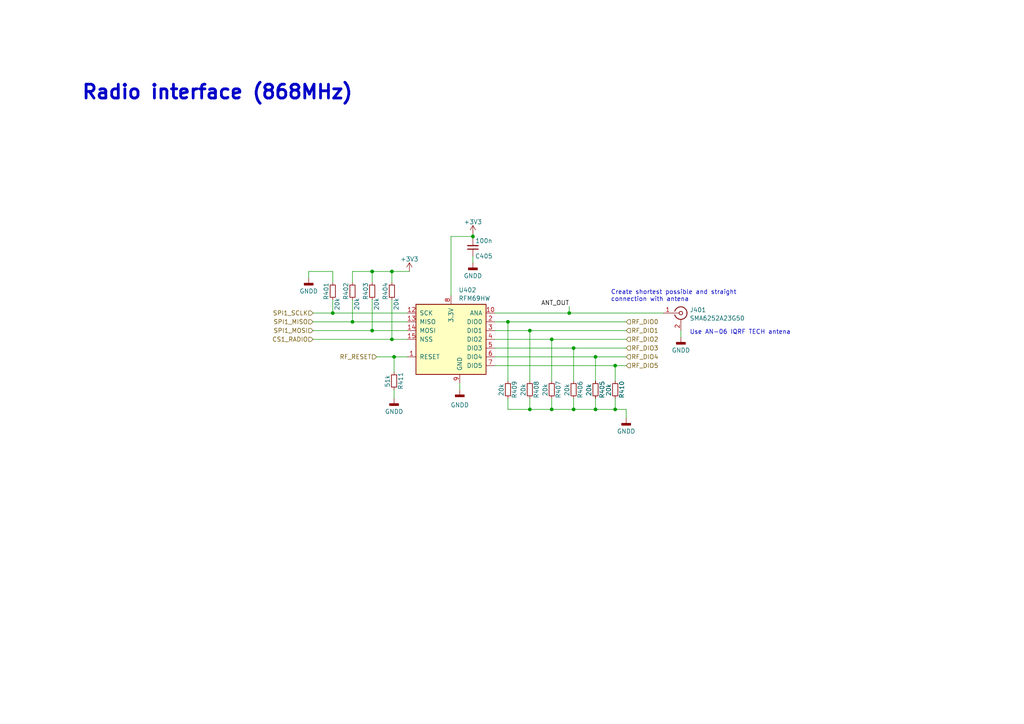
<source format=kicad_sch>
(kicad_sch (version 20230121) (generator eeschema)

  (uuid 72295067-cd0c-424c-84c0-dfdb0dd5fce2)

  (paper "A4")

  (lib_symbols
    (symbol "Connector:Conn_Coaxial" (pin_names (offset 1.016) hide) (in_bom yes) (on_board yes)
      (property "Reference" "J" (at 0.254 3.048 0)
        (effects (font (size 1.27 1.27)))
      )
      (property "Value" "Conn_Coaxial" (at 2.921 0 90)
        (effects (font (size 1.27 1.27)))
      )
      (property "Footprint" "" (at 0 0 0)
        (effects (font (size 1.27 1.27)) hide)
      )
      (property "Datasheet" " ~" (at 0 0 0)
        (effects (font (size 1.27 1.27)) hide)
      )
      (property "ki_keywords" "BNC SMA SMB SMC LEMO coaxial connector CINCH RCA" (at 0 0 0)
        (effects (font (size 1.27 1.27)) hide)
      )
      (property "ki_description" "coaxial connector (BNC, SMA, SMB, SMC, Cinch/RCA, LEMO, ...)" (at 0 0 0)
        (effects (font (size 1.27 1.27)) hide)
      )
      (property "ki_fp_filters" "*BNC* *SMA* *SMB* *SMC* *Cinch* *LEMO*" (at 0 0 0)
        (effects (font (size 1.27 1.27)) hide)
      )
      (symbol "Conn_Coaxial_0_1"
        (arc (start -1.778 -0.508) (mid 0.222 -1.808) (end 1.778 0)
          (stroke (width 0.254) (type default))
          (fill (type none))
        )
        (polyline
          (pts
            (xy -2.54 0)
            (xy -0.508 0)
          )
          (stroke (width 0) (type default))
          (fill (type none))
        )
        (polyline
          (pts
            (xy 0 -2.54)
            (xy 0 -1.778)
          )
          (stroke (width 0) (type default))
          (fill (type none))
        )
        (circle (center 0 0) (radius 0.508)
          (stroke (width 0.2032) (type default))
          (fill (type none))
        )
        (arc (start 1.778 0) (mid 0.222 1.8083) (end -1.778 0.508)
          (stroke (width 0.254) (type default))
          (fill (type none))
        )
      )
      (symbol "Conn_Coaxial_1_1"
        (pin passive line (at -5.08 0 0) (length 2.54)
          (name "In" (effects (font (size 1.27 1.27))))
          (number "1" (effects (font (size 1.27 1.27))))
        )
        (pin passive line (at 0 -5.08 90) (length 2.54)
          (name "Ext" (effects (font (size 1.27 1.27))))
          (number "2" (effects (font (size 1.27 1.27))))
        )
      )
    )
    (symbol "Device:C_Small" (pin_numbers hide) (pin_names (offset 0.254) hide) (in_bom yes) (on_board yes)
      (property "Reference" "C" (at 0.254 1.778 0)
        (effects (font (size 1.27 1.27)) (justify left))
      )
      (property "Value" "C_Small" (at 0.254 -2.032 0)
        (effects (font (size 1.27 1.27)) (justify left))
      )
      (property "Footprint" "" (at 0 0 0)
        (effects (font (size 1.27 1.27)) hide)
      )
      (property "Datasheet" "~" (at 0 0 0)
        (effects (font (size 1.27 1.27)) hide)
      )
      (property "ki_keywords" "capacitor cap" (at 0 0 0)
        (effects (font (size 1.27 1.27)) hide)
      )
      (property "ki_description" "Unpolarized capacitor, small symbol" (at 0 0 0)
        (effects (font (size 1.27 1.27)) hide)
      )
      (property "ki_fp_filters" "C_*" (at 0 0 0)
        (effects (font (size 1.27 1.27)) hide)
      )
      (symbol "C_Small_0_1"
        (polyline
          (pts
            (xy -1.524 -0.508)
            (xy 1.524 -0.508)
          )
          (stroke (width 0.3302) (type default))
          (fill (type none))
        )
        (polyline
          (pts
            (xy -1.524 0.508)
            (xy 1.524 0.508)
          )
          (stroke (width 0.3048) (type default))
          (fill (type none))
        )
      )
      (symbol "C_Small_1_1"
        (pin passive line (at 0 2.54 270) (length 2.032)
          (name "~" (effects (font (size 1.27 1.27))))
          (number "1" (effects (font (size 1.27 1.27))))
        )
        (pin passive line (at 0 -2.54 90) (length 2.032)
          (name "~" (effects (font (size 1.27 1.27))))
          (number "2" (effects (font (size 1.27 1.27))))
        )
      )
    )
    (symbol "Device:R_Small" (pin_numbers hide) (pin_names (offset 0.254) hide) (in_bom yes) (on_board yes)
      (property "Reference" "R" (at 0.762 0.508 0)
        (effects (font (size 1.27 1.27)) (justify left))
      )
      (property "Value" "R_Small" (at 0.762 -1.016 0)
        (effects (font (size 1.27 1.27)) (justify left))
      )
      (property "Footprint" "" (at 0 0 0)
        (effects (font (size 1.27 1.27)) hide)
      )
      (property "Datasheet" "~" (at 0 0 0)
        (effects (font (size 1.27 1.27)) hide)
      )
      (property "ki_keywords" "R resistor" (at 0 0 0)
        (effects (font (size 1.27 1.27)) hide)
      )
      (property "ki_description" "Resistor, small symbol" (at 0 0 0)
        (effects (font (size 1.27 1.27)) hide)
      )
      (property "ki_fp_filters" "R_*" (at 0 0 0)
        (effects (font (size 1.27 1.27)) hide)
      )
      (symbol "R_Small_0_1"
        (rectangle (start -0.762 1.778) (end 0.762 -1.778)
          (stroke (width 0.2032) (type default))
          (fill (type none))
        )
      )
      (symbol "R_Small_1_1"
        (pin passive line (at 0 2.54 270) (length 0.762)
          (name "~" (effects (font (size 1.27 1.27))))
          (number "1" (effects (font (size 1.27 1.27))))
        )
        (pin passive line (at 0 -2.54 90) (length 0.762)
          (name "~" (effects (font (size 1.27 1.27))))
          (number "2" (effects (font (size 1.27 1.27))))
        )
      )
    )
    (symbol "RF_Module:RFM69HW" (pin_names (offset 1.016)) (in_bom yes) (on_board yes)
      (property "Reference" "U" (at -3.81 11.43 0)
        (effects (font (size 1.27 1.27)))
      )
      (property "Value" "RFM69HW" (at -7.62 13.97 0)
        (effects (font (size 1.27 1.27)))
      )
      (property "Footprint" "RF_Module:HOPERF_RFM69HW" (at 0 -15.24 0)
        (effects (font (size 1.27 1.27)) hide)
      )
      (property "Datasheet" "https://www.hoperf.com/data/upload/portal/20181127/5bfcbb56f1fd7.pdf" (at 0 -7.62 0)
        (effects (font (size 1.27 1.27)) hide)
      )
      (property "ki_keywords" "Radio ISM Transceiver Module AES" (at 0 0 0)
        (effects (font (size 1.27 1.27)) hide)
      )
      (property "ki_description" "ISM Radio Transceiver Module, SPI interface" (at 0 0 0)
        (effects (font (size 1.27 1.27)) hide)
      )
      (property "ki_fp_filters" "HOPERF*RFM69HW*" (at 0 0 0)
        (effects (font (size 1.27 1.27)) hide)
      )
      (symbol "RFM69HW_0_1"
        (rectangle (start -10.16 10.16) (end 10.16 -10.16)
          (stroke (width 0.254) (type default))
          (fill (type background))
        )
      )
      (symbol "RFM69HW_1_1"
        (pin input line (at -12.7 -5.08 0) (length 2.54)
          (name "RESET" (effects (font (size 1.27 1.27))))
          (number "1" (effects (font (size 1.27 1.27))))
        )
        (pin output line (at 12.7 7.62 180) (length 2.54)
          (name "ANA" (effects (font (size 1.27 1.27))))
          (number "10" (effects (font (size 1.27 1.27))))
        )
        (pin passive line (at 2.54 -12.7 90) (length 2.54) hide
          (name "GND" (effects (font (size 1.27 1.27))))
          (number "11" (effects (font (size 1.27 1.27))))
        )
        (pin input line (at -12.7 7.62 0) (length 2.54)
          (name "SCK" (effects (font (size 1.27 1.27))))
          (number "12" (effects (font (size 1.27 1.27))))
        )
        (pin output line (at -12.7 5.08 0) (length 2.54)
          (name "MISO" (effects (font (size 1.27 1.27))))
          (number "13" (effects (font (size 1.27 1.27))))
        )
        (pin input line (at -12.7 2.54 0) (length 2.54)
          (name "MOSI" (effects (font (size 1.27 1.27))))
          (number "14" (effects (font (size 1.27 1.27))))
        )
        (pin input line (at -12.7 0 0) (length 2.54)
          (name "NSS" (effects (font (size 1.27 1.27))))
          (number "15" (effects (font (size 1.27 1.27))))
        )
        (pin no_connect line (at -2.54 -10.16 90) (length 2.54) hide
          (name "NC" (effects (font (size 1.27 1.27))))
          (number "16" (effects (font (size 1.27 1.27))))
        )
        (pin bidirectional line (at 12.7 5.08 180) (length 2.54)
          (name "DIO0" (effects (font (size 1.27 1.27))))
          (number "2" (effects (font (size 1.27 1.27))))
        )
        (pin bidirectional line (at 12.7 2.54 180) (length 2.54)
          (name "DIO1" (effects (font (size 1.27 1.27))))
          (number "3" (effects (font (size 1.27 1.27))))
        )
        (pin bidirectional line (at 12.7 0 180) (length 2.54)
          (name "DIO2" (effects (font (size 1.27 1.27))))
          (number "4" (effects (font (size 1.27 1.27))))
        )
        (pin bidirectional line (at 12.7 -2.54 180) (length 2.54)
          (name "DIO3" (effects (font (size 1.27 1.27))))
          (number "5" (effects (font (size 1.27 1.27))))
        )
        (pin bidirectional line (at 12.7 -5.08 180) (length 2.54)
          (name "DIO4" (effects (font (size 1.27 1.27))))
          (number "6" (effects (font (size 1.27 1.27))))
        )
        (pin bidirectional line (at 12.7 -7.62 180) (length 2.54)
          (name "DIO5" (effects (font (size 1.27 1.27))))
          (number "7" (effects (font (size 1.27 1.27))))
        )
        (pin power_in line (at 0 12.7 270) (length 2.54)
          (name "3.3V" (effects (font (size 1.27 1.27))))
          (number "8" (effects (font (size 1.27 1.27))))
        )
        (pin power_in line (at 2.54 -12.7 90) (length 2.54)
          (name "GND" (effects (font (size 1.27 1.27))))
          (number "9" (effects (font (size 1.27 1.27))))
        )
      )
    )
    (symbol "power:+3V3" (power) (pin_names (offset 0)) (in_bom yes) (on_board yes)
      (property "Reference" "#PWR" (at 0 -3.81 0)
        (effects (font (size 1.27 1.27)) hide)
      )
      (property "Value" "+3V3" (at 0 3.556 0)
        (effects (font (size 1.27 1.27)))
      )
      (property "Footprint" "" (at 0 0 0)
        (effects (font (size 1.27 1.27)) hide)
      )
      (property "Datasheet" "" (at 0 0 0)
        (effects (font (size 1.27 1.27)) hide)
      )
      (property "ki_keywords" "power-flag" (at 0 0 0)
        (effects (font (size 1.27 1.27)) hide)
      )
      (property "ki_description" "Power symbol creates a global label with name \"+3V3\"" (at 0 0 0)
        (effects (font (size 1.27 1.27)) hide)
      )
      (symbol "+3V3_0_1"
        (polyline
          (pts
            (xy -0.762 1.27)
            (xy 0 2.54)
          )
          (stroke (width 0) (type default))
          (fill (type none))
        )
        (polyline
          (pts
            (xy 0 0)
            (xy 0 2.54)
          )
          (stroke (width 0) (type default))
          (fill (type none))
        )
        (polyline
          (pts
            (xy 0 2.54)
            (xy 0.762 1.27)
          )
          (stroke (width 0) (type default))
          (fill (type none))
        )
      )
      (symbol "+3V3_1_1"
        (pin power_in line (at 0 0 90) (length 0) hide
          (name "+3V3" (effects (font (size 1.27 1.27))))
          (number "1" (effects (font (size 1.27 1.27))))
        )
      )
    )
    (symbol "power:GNDD" (power) (pin_names (offset 0)) (in_bom yes) (on_board yes)
      (property "Reference" "#PWR" (at 0 -6.35 0)
        (effects (font (size 1.27 1.27)) hide)
      )
      (property "Value" "GNDD" (at 0 -3.175 0)
        (effects (font (size 1.27 1.27)))
      )
      (property "Footprint" "" (at 0 0 0)
        (effects (font (size 1.27 1.27)) hide)
      )
      (property "Datasheet" "" (at 0 0 0)
        (effects (font (size 1.27 1.27)) hide)
      )
      (property "ki_keywords" "global power" (at 0 0 0)
        (effects (font (size 1.27 1.27)) hide)
      )
      (property "ki_description" "Power symbol creates a global label with name \"GNDD\" , digital ground" (at 0 0 0)
        (effects (font (size 1.27 1.27)) hide)
      )
      (symbol "GNDD_0_1"
        (rectangle (start -1.27 -1.524) (end 1.27 -2.032)
          (stroke (width 0.254) (type default))
          (fill (type outline))
        )
        (polyline
          (pts
            (xy 0 0)
            (xy 0 -1.524)
          )
          (stroke (width 0) (type default))
          (fill (type none))
        )
      )
      (symbol "GNDD_1_1"
        (pin power_in line (at 0 0 270) (length 0) hide
          (name "GNDD" (effects (font (size 1.27 1.27))))
          (number "1" (effects (font (size 1.27 1.27))))
        )
      )
    )
  )

  (junction (at 114.3 103.505) (diameter 0) (color 0 0 0 0)
    (uuid 0efb3a09-bfad-4066-beb7-99f4596d79ba)
  )
  (junction (at 107.95 95.885) (diameter 0) (color 0 0 0 0)
    (uuid 1fbab5c1-962d-4ead-b52a-d87c1200b820)
  )
  (junction (at 153.67 118.745) (diameter 0) (color 0 0 0 0)
    (uuid 38806e38-3584-479d-bc07-6ec6ab39478b)
  )
  (junction (at 172.72 118.745) (diameter 0) (color 0 0 0 0)
    (uuid 3d9f3d1a-4a34-4195-8327-39e95a6e8354)
  )
  (junction (at 160.02 98.425) (diameter 0) (color 0 0 0 0)
    (uuid 40cbbb88-fff0-401d-93df-1bf138d0c9df)
  )
  (junction (at 107.95 78.74) (diameter 0) (color 0 0 0 0)
    (uuid 541dcf44-a091-4015-85b5-8c5adeb41545)
  )
  (junction (at 166.37 100.965) (diameter 0) (color 0 0 0 0)
    (uuid 58b7639b-de49-4327-9b65-5d146d0ae3f3)
  )
  (junction (at 113.665 78.74) (diameter 0) (color 0 0 0 0)
    (uuid 651544cf-4f26-448d-8ba0-533c137ba275)
  )
  (junction (at 102.235 93.345) (diameter 0) (color 0 0 0 0)
    (uuid 87188d3b-4a41-4c7e-880e-3dc1b7882afd)
  )
  (junction (at 166.37 118.745) (diameter 0) (color 0 0 0 0)
    (uuid 8decc7aa-f2a7-4347-8eba-e4115bbf3a17)
  )
  (junction (at 165.1 90.805) (diameter 0) (color 0 0 0 0)
    (uuid 964a0e9f-3997-4e0b-b09f-6b4bcb9e565a)
  )
  (junction (at 160.02 118.745) (diameter 0) (color 0 0 0 0)
    (uuid 97bbd4e1-445a-45ab-a5ac-7f72399cadd9)
  )
  (junction (at 178.435 106.045) (diameter 0) (color 0 0 0 0)
    (uuid a15cc947-384a-446e-82dd-e5cd72d2784a)
  )
  (junction (at 153.67 95.885) (diameter 0) (color 0 0 0 0)
    (uuid d1bc2d64-3592-4a50-8188-79bb5e482268)
  )
  (junction (at 96.52 90.805) (diameter 0) (color 0 0 0 0)
    (uuid d53350bf-99c6-4a85-be33-e728467b2968)
  )
  (junction (at 172.72 103.505) (diameter 0) (color 0 0 0 0)
    (uuid e1f87e96-3916-40a0-ad6e-cea9a3587346)
  )
  (junction (at 147.32 93.345) (diameter 0) (color 0 0 0 0)
    (uuid f1c9c9f5-eb3e-47fe-83a8-3655196952aa)
  )
  (junction (at 113.665 98.425) (diameter 0) (color 0 0 0 0)
    (uuid f376001f-9733-4fe5-855a-12ed64e779ad)
  )
  (junction (at 178.435 118.745) (diameter 0) (color 0 0 0 0)
    (uuid f6516c7c-f38b-4cad-9142-5a78d2c43d49)
  )
  (junction (at 137.16 68.58) (diameter 0) (color 0 0 0 0)
    (uuid f7abc07b-d75e-42b5-a54a-f43b9dea2614)
  )

  (wire (pts (xy 147.32 118.745) (xy 147.32 115.57))
    (stroke (width 0) (type default))
    (uuid 00f57cc4-22d7-40bb-95ee-799b7499c6d4)
  )
  (wire (pts (xy 130.81 68.58) (xy 137.16 68.58))
    (stroke (width 0) (type default))
    (uuid 068a4b39-28a0-48f3-a5bf-42bddebef289)
  )
  (wire (pts (xy 107.95 78.74) (xy 102.235 78.74))
    (stroke (width 0) (type default))
    (uuid 08a41ad3-f32e-483b-b905-d38e49d35e92)
  )
  (wire (pts (xy 130.81 85.725) (xy 130.81 68.58))
    (stroke (width 0) (type default))
    (uuid 0f1eac50-48f2-4781-b911-7831013d6ef4)
  )
  (wire (pts (xy 109.22 103.505) (xy 114.3 103.505))
    (stroke (width 0) (type default))
    (uuid 1676fc9d-4569-42d8-9d4d-79ed7128bdc8)
  )
  (wire (pts (xy 178.435 106.045) (xy 181.61 106.045))
    (stroke (width 0) (type default))
    (uuid 1b85fe61-4a26-4ea8-bc59-56ea43588c07)
  )
  (wire (pts (xy 90.805 95.885) (xy 107.95 95.885))
    (stroke (width 0) (type default))
    (uuid 1fdbce01-ec2a-4305-86c3-051c8c14f082)
  )
  (wire (pts (xy 143.51 106.045) (xy 178.435 106.045))
    (stroke (width 0) (type default))
    (uuid 232f2939-1c1a-49bf-8489-8ff1f9649716)
  )
  (wire (pts (xy 166.37 118.745) (xy 166.37 115.57))
    (stroke (width 0) (type default))
    (uuid 270f6e09-afdc-4435-95a1-3710fd9ed452)
  )
  (wire (pts (xy 114.3 103.505) (xy 114.3 107.95))
    (stroke (width 0) (type default))
    (uuid 28c022d9-65ff-4f1c-aaf7-6d209d1e3aba)
  )
  (wire (pts (xy 166.37 100.965) (xy 181.61 100.965))
    (stroke (width 0) (type default))
    (uuid 2d0ac755-837b-40d0-800d-e9b55a205edf)
  )
  (wire (pts (xy 113.665 78.74) (xy 113.665 81.915))
    (stroke (width 0) (type default))
    (uuid 2e001691-73f0-432f-901d-b60aa7c8a308)
  )
  (wire (pts (xy 137.16 74.295) (xy 137.16 76.2))
    (stroke (width 0) (type default))
    (uuid 34dae92d-f57d-49af-80d8-700146b021bd)
  )
  (wire (pts (xy 160.02 118.745) (xy 166.37 118.745))
    (stroke (width 0) (type default))
    (uuid 3842e3c1-0565-48d2-94dc-17fc0d04bbf7)
  )
  (wire (pts (xy 197.485 95.885) (xy 197.485 97.79))
    (stroke (width 0) (type default))
    (uuid 3cfd145a-3a20-405e-bd0a-98ef18b5cc52)
  )
  (wire (pts (xy 153.67 95.885) (xy 153.67 110.49))
    (stroke (width 0) (type default))
    (uuid 3e59dc10-d20f-4d61-8536-cd1b01f60f4c)
  )
  (wire (pts (xy 160.02 98.425) (xy 160.02 110.49))
    (stroke (width 0) (type default))
    (uuid 4193591d-39e9-4068-9f46-54cd3b86a6fc)
  )
  (wire (pts (xy 113.665 86.995) (xy 113.665 98.425))
    (stroke (width 0) (type default))
    (uuid 46345aeb-1f95-4be2-bdde-a18204758f8c)
  )
  (wire (pts (xy 143.51 103.505) (xy 172.72 103.505))
    (stroke (width 0) (type default))
    (uuid 4a1eb9e2-5a4f-43a6-94f3-73f114d65d00)
  )
  (wire (pts (xy 118.745 78.74) (xy 113.665 78.74))
    (stroke (width 0) (type default))
    (uuid 4a876d88-5dc0-4a46-9688-d279eb180100)
  )
  (wire (pts (xy 147.32 93.345) (xy 147.32 110.49))
    (stroke (width 0) (type default))
    (uuid 4de0f911-02aa-442d-9494-51815b6e9faf)
  )
  (wire (pts (xy 165.1 88.9) (xy 165.1 90.805))
    (stroke (width 0) (type default))
    (uuid 50b3b871-4208-4164-86aa-69595a322100)
  )
  (wire (pts (xy 147.32 118.745) (xy 153.67 118.745))
    (stroke (width 0) (type default))
    (uuid 53fb4735-2402-4436-99a8-977a3846c3eb)
  )
  (wire (pts (xy 160.02 118.745) (xy 160.02 115.57))
    (stroke (width 0) (type default))
    (uuid 549d5b08-8a26-4e57-9093-74640ad9b255)
  )
  (wire (pts (xy 181.61 121.285) (xy 181.61 118.745))
    (stroke (width 0) (type default))
    (uuid 5abdd98c-c3aa-4454-800f-0a6f63757465)
  )
  (wire (pts (xy 107.95 95.885) (xy 118.11 95.885))
    (stroke (width 0) (type default))
    (uuid 5c80c22b-699b-4fa9-abc8-2cf8821d5755)
  )
  (wire (pts (xy 107.95 78.74) (xy 107.95 81.915))
    (stroke (width 0) (type default))
    (uuid 727d207b-8770-45a6-a23c-f6d1b856bc44)
  )
  (wire (pts (xy 153.67 118.745) (xy 153.67 115.57))
    (stroke (width 0) (type default))
    (uuid 75af8343-1857-4c28-a4da-2e59d58588d1)
  )
  (wire (pts (xy 102.235 78.74) (xy 102.235 81.915))
    (stroke (width 0) (type default))
    (uuid 77adc964-6a50-4ffe-b601-9019bc2093de)
  )
  (wire (pts (xy 147.32 93.345) (xy 181.61 93.345))
    (stroke (width 0) (type default))
    (uuid 7e66424b-4e73-4e8a-8807-6a1451edb48d)
  )
  (wire (pts (xy 153.67 95.885) (xy 181.61 95.885))
    (stroke (width 0) (type default))
    (uuid 804cd1fc-4476-47ff-b476-c13f8905ebff)
  )
  (wire (pts (xy 114.3 113.03) (xy 114.3 115.57))
    (stroke (width 0) (type default))
    (uuid 83bac53c-9a8c-404d-9b7d-622756dd5ed3)
  )
  (wire (pts (xy 96.52 86.995) (xy 96.52 90.805))
    (stroke (width 0) (type default))
    (uuid 86623b0f-0508-43f5-800b-22bcbb1d9f76)
  )
  (wire (pts (xy 160.02 98.425) (xy 181.61 98.425))
    (stroke (width 0) (type default))
    (uuid 8a200912-574f-483b-bbc8-4a5b83052c9a)
  )
  (wire (pts (xy 133.35 111.125) (xy 133.35 113.03))
    (stroke (width 0) (type default))
    (uuid 8cb37461-d34d-40c3-b892-7b7fa8a76caf)
  )
  (wire (pts (xy 178.435 118.745) (xy 181.61 118.745))
    (stroke (width 0) (type default))
    (uuid 8e84c30b-c7e4-469d-94e8-36859794198a)
  )
  (wire (pts (xy 90.805 90.805) (xy 96.52 90.805))
    (stroke (width 0) (type default))
    (uuid 8eaa97b8-e1cd-4df6-878b-00a99bb4050a)
  )
  (wire (pts (xy 90.805 93.345) (xy 102.235 93.345))
    (stroke (width 0) (type default))
    (uuid 906075ab-18af-4bd7-bd26-4f6bc6a5622e)
  )
  (wire (pts (xy 178.435 106.045) (xy 178.435 110.49))
    (stroke (width 0) (type default))
    (uuid 91d6c81a-e49b-4e0f-a20b-4e13057a0a5e)
  )
  (wire (pts (xy 143.51 100.965) (xy 166.37 100.965))
    (stroke (width 0) (type default))
    (uuid 9648be28-b98f-437f-ba4d-609f536ca786)
  )
  (wire (pts (xy 107.95 86.995) (xy 107.95 95.885))
    (stroke (width 0) (type default))
    (uuid 9731d7de-8af3-4932-bb7f-421ae5ddc6a9)
  )
  (wire (pts (xy 102.235 93.345) (xy 118.11 93.345))
    (stroke (width 0) (type default))
    (uuid 9ab174ae-5738-4eb5-bec9-291ccc6ac6a7)
  )
  (wire (pts (xy 172.72 118.745) (xy 172.72 115.57))
    (stroke (width 0) (type default))
    (uuid 9c12e82d-989e-400c-86a6-f4466d49487d)
  )
  (wire (pts (xy 143.51 93.345) (xy 147.32 93.345))
    (stroke (width 0) (type default))
    (uuid 9f5cd0bd-ec97-48d9-bcd4-ee8edd30386e)
  )
  (wire (pts (xy 172.72 103.505) (xy 172.72 110.49))
    (stroke (width 0) (type default))
    (uuid a04ff81d-03f3-4ba1-9983-14075e51025c)
  )
  (wire (pts (xy 102.235 86.995) (xy 102.235 93.345))
    (stroke (width 0) (type default))
    (uuid a42ad263-e0cf-492c-88da-e2b56cef8e68)
  )
  (wire (pts (xy 90.805 98.425) (xy 113.665 98.425))
    (stroke (width 0) (type default))
    (uuid a978ec85-228b-4999-b37b-8f862bf2417c)
  )
  (wire (pts (xy 143.51 98.425) (xy 160.02 98.425))
    (stroke (width 0) (type default))
    (uuid ad75389b-1254-4dfd-bf14-cf491209bd9e)
  )
  (wire (pts (xy 178.435 118.745) (xy 178.435 115.57))
    (stroke (width 0) (type default))
    (uuid b006c9f1-009a-4e50-aebb-f9b46ab6dece)
  )
  (wire (pts (xy 114.3 103.505) (xy 118.11 103.505))
    (stroke (width 0) (type default))
    (uuid b71bdf81-64ac-4b02-81c6-6ac5684e6ffa)
  )
  (wire (pts (xy 172.72 118.745) (xy 178.435 118.745))
    (stroke (width 0) (type default))
    (uuid ba2a7304-03a8-4693-96f2-833d96fb8cd7)
  )
  (wire (pts (xy 172.72 103.505) (xy 181.61 103.505))
    (stroke (width 0) (type default))
    (uuid c1a59670-c21d-4877-8655-ee4d27a1faea)
  )
  (wire (pts (xy 165.1 90.805) (xy 192.405 90.805))
    (stroke (width 0) (type default))
    (uuid c3018c0e-6610-47bc-8c3a-86ea8e1dae7f)
  )
  (wire (pts (xy 89.535 78.74) (xy 96.52 78.74))
    (stroke (width 0) (type default))
    (uuid ce61de1d-5b91-4bca-b0e6-18f7299c721d)
  )
  (wire (pts (xy 96.52 78.74) (xy 96.52 81.915))
    (stroke (width 0) (type default))
    (uuid cec53b5e-05da-46bc-8f85-6a75352fe408)
  )
  (wire (pts (xy 143.51 90.805) (xy 165.1 90.805))
    (stroke (width 0) (type default))
    (uuid de828e8b-b933-474c-81bf-4103c29e8f4f)
  )
  (wire (pts (xy 113.665 78.74) (xy 107.95 78.74))
    (stroke (width 0) (type default))
    (uuid df5ce8a4-c2e5-4674-92b5-d5a89637fb91)
  )
  (wire (pts (xy 143.51 95.885) (xy 153.67 95.885))
    (stroke (width 0) (type default))
    (uuid e118148d-7ca7-4b01-b260-9bd8a2c6c906)
  )
  (wire (pts (xy 89.535 80.645) (xy 89.535 78.74))
    (stroke (width 0) (type default))
    (uuid e2697f7d-4031-4f85-bd33-f10fdf32319b)
  )
  (wire (pts (xy 166.37 100.965) (xy 166.37 110.49))
    (stroke (width 0) (type default))
    (uuid e6a598ef-fa77-4124-ba26-138b579c40f7)
  )
  (wire (pts (xy 166.37 118.745) (xy 172.72 118.745))
    (stroke (width 0) (type default))
    (uuid e8992a71-4b39-4ba8-8262-12be8f01d4ec)
  )
  (wire (pts (xy 137.16 67.945) (xy 137.16 68.58))
    (stroke (width 0) (type default))
    (uuid ea5c47a5-d9a9-430d-8e92-37c731d9db3d)
  )
  (wire (pts (xy 137.16 68.58) (xy 137.16 69.215))
    (stroke (width 0) (type default))
    (uuid ece3319a-f1e7-4a1a-a470-bd15e10d4302)
  )
  (wire (pts (xy 96.52 90.805) (xy 118.11 90.805))
    (stroke (width 0) (type default))
    (uuid f0ca189d-2690-4798-a0e1-7705f7c1bfc2)
  )
  (wire (pts (xy 153.67 118.745) (xy 160.02 118.745))
    (stroke (width 0) (type default))
    (uuid f420124c-ead5-4fd9-bdfd-e7e367f057dd)
  )
  (wire (pts (xy 113.665 98.425) (xy 118.11 98.425))
    (stroke (width 0) (type default))
    (uuid fd921873-bf51-4bff-b6fc-df5c7dbd79bf)
  )

  (text "Create shortest possible and straight\nconnection with antena"
    (at 177.165 87.63 0)
    (effects (font (size 1.27 1.27)) (justify left bottom))
    (uuid 2474f33d-6006-4e6d-99f5-ec7db0952059)
  )
  (text "Use AN-06 IQRF TECH antena" (at 200.025 97.155 0)
    (effects (font (size 1.27 1.27)) (justify left bottom))
    (uuid 8d5b5038-d1fd-4303-91a0-3f8d7c3a0815)
  )
  (text "Radio interface (868MHz)" (at 23.495 29.21 0)
    (effects (font (size 4 4) (thickness 0.8) bold) (justify left bottom))
    (uuid f73bfefb-cf56-47c8-ab24-de3b7e0d8b02)
  )

  (label "ANT_OUT" (at 165.1 88.9 180) (fields_autoplaced)
    (effects (font (size 1.27 1.27)) (justify right bottom))
    (uuid 39c34f4f-b6a2-4588-8d25-bd57e7ade4d9)
  )

  (hierarchical_label "RF_RESET" (shape input) (at 109.22 103.505 180) (fields_autoplaced)
    (effects (font (size 1.27 1.27)) (justify right))
    (uuid 416b6d70-04c1-4b4a-9b94-e1a16b773f72)
  )
  (hierarchical_label "SPI1_MOSI" (shape input) (at 90.805 95.885 180) (fields_autoplaced)
    (effects (font (size 1.27 1.27)) (justify right))
    (uuid 595bfe49-150b-4c28-93d5-ff5d5ce2fe82)
  )
  (hierarchical_label "RF_DIO1" (shape input) (at 181.61 95.885 0) (fields_autoplaced)
    (effects (font (size 1.27 1.27)) (justify left))
    (uuid 69b982f1-16db-4651-820b-d39ee94c5317)
  )
  (hierarchical_label "CS1_RADIO" (shape input) (at 90.805 98.425 180) (fields_autoplaced)
    (effects (font (size 1.27 1.27)) (justify right))
    (uuid 78ff7aba-c75a-4eef-bcce-3f1767e17948)
  )
  (hierarchical_label "RF_DIO0" (shape input) (at 181.61 93.345 0) (fields_autoplaced)
    (effects (font (size 1.27 1.27)) (justify left))
    (uuid ba4b92d5-d3a8-468c-9225-effd3573ff51)
  )
  (hierarchical_label "RF_DIO2" (shape input) (at 181.61 98.425 0) (fields_autoplaced)
    (effects (font (size 1.27 1.27)) (justify left))
    (uuid cb8a2914-65e3-4b4b-9124-843c39f0064e)
  )
  (hierarchical_label "SPI1_SCLK" (shape input) (at 90.805 90.805 180) (fields_autoplaced)
    (effects (font (size 1.27 1.27)) (justify right))
    (uuid cefc182e-71f9-4663-a8d3-702b807b7c52)
  )
  (hierarchical_label "RF_DIO3" (shape input) (at 181.61 100.965 0) (fields_autoplaced)
    (effects (font (size 1.27 1.27)) (justify left))
    (uuid d7c6441a-acf1-4761-9466-fa4c48cc0978)
  )
  (hierarchical_label "SPI1_MISO" (shape input) (at 90.805 93.345 180) (fields_autoplaced)
    (effects (font (size 1.27 1.27)) (justify right))
    (uuid db21d3aa-bbd4-4772-9144-980e6e72b131)
  )
  (hierarchical_label "RF_DIO5" (shape input) (at 181.61 106.045 0) (fields_autoplaced)
    (effects (font (size 1.27 1.27)) (justify left))
    (uuid f72c8835-22dd-43cc-9e1b-530f285e55c9)
  )
  (hierarchical_label "RF_DIO4" (shape input) (at 181.61 103.505 0) (fields_autoplaced)
    (effects (font (size 1.27 1.27)) (justify left))
    (uuid fc8b9ea7-6843-42a7-a6f2-be00773dfb01)
  )

  (symbol (lib_id "power:GNDD") (at 89.535 80.645 0) (mirror y) (unit 1)
    (in_bom yes) (on_board yes) (dnp no)
    (uuid 15e80f92-d579-41c4-9519-df21ef723069)
    (property "Reference" "#PWR0404" (at 89.535 86.995 0)
      (effects (font (size 1.27 1.27)) hide)
    )
    (property "Value" "GNDD" (at 89.535 84.455 0)
      (effects (font (size 1.27 1.27)))
    )
    (property "Footprint" "" (at 89.535 80.645 0)
      (effects (font (size 1.27 1.27)) hide)
    )
    (property "Datasheet" "" (at 89.535 80.645 0)
      (effects (font (size 1.27 1.27)) hide)
    )
    (pin "1" (uuid 15cd24e9-c33c-48ad-86a3-97b8a5b679ab))
    (instances
      (project "RadioComm"
        (path "/641c2aa3-4beb-4b12-b763-5c540c099d65"
          (reference "#PWR0404") (unit 1)
        )
      )
      (project "GiskardRF"
        (path "/e1ed0ee6-e1ed-4994-9bff-2a49a44995c0/8fd00ce6-e42b-4a19-b38f-9da42c67667c"
          (reference "#PWR0204") (unit 1)
        )
      )
      (project "Weatherever_board_rev1"
        (path "/e63e39d7-6ac0-4ffd-8aa3-1841a4541b55/ea8973fb-cc5b-406e-a96d-4896534ade78"
          (reference "#PWR0404") (unit 1)
        )
        (path "/e63e39d7-6ac0-4ffd-8aa3-1841a4541b55/d4942633-f47c-4824-8407-5ebb1716d5e1/16c1e474-6d0e-4076-94cc-34cd7b266f1e"
          (reference "#PWR0704") (unit 1)
        )
      )
    )
  )

  (symbol (lib_id "Device:R_Small") (at 153.67 113.03 0) (mirror x) (unit 1)
    (in_bom yes) (on_board yes) (dnp no)
    (uuid 177293e1-ebdc-457a-b19b-8a9116163258)
    (property "Reference" "R408" (at 155.575 115.57 90)
      (effects (font (size 1.27 1.27)) (justify right))
    )
    (property "Value" "20k" (at 151.765 114.935 90)
      (effects (font (size 1.27 1.27)) (justify right))
    )
    (property "Footprint" "Resistor_SMD:R_0805_2012Metric_Pad1.20x1.40mm_HandSolder" (at 153.67 113.03 0)
      (effects (font (size 1.27 1.27)) hide)
    )
    (property "Datasheet" "~" (at 153.67 113.03 0)
      (effects (font (size 1.27 1.27)) hide)
    )
    (pin "1" (uuid 18e5aa9b-17ec-46c0-a89d-a67cb7793cfa))
    (pin "2" (uuid 94b3d27c-f27b-4f1a-a647-bf9ec88a04de))
    (instances
      (project "RadioComm"
        (path "/641c2aa3-4beb-4b12-b763-5c540c099d65"
          (reference "R408") (unit 1)
        )
      )
      (project "GiskardRF"
        (path "/e1ed0ee6-e1ed-4994-9bff-2a49a44995c0/8fd00ce6-e42b-4a19-b38f-9da42c67667c"
          (reference "R207") (unit 1)
        )
      )
      (project "Weatherever_board_rev1"
        (path "/e63e39d7-6ac0-4ffd-8aa3-1841a4541b55/ea8973fb-cc5b-406e-a96d-4896534ade78"
          (reference "R408") (unit 1)
        )
        (path "/e63e39d7-6ac0-4ffd-8aa3-1841a4541b55/d4942633-f47c-4824-8407-5ebb1716d5e1/16c1e474-6d0e-4076-94cc-34cd7b266f1e"
          (reference "R707") (unit 1)
        )
      )
    )
  )

  (symbol (lib_id "power:+3V3") (at 137.16 67.945 0) (mirror y) (unit 1)
    (in_bom yes) (on_board yes) (dnp no) (fields_autoplaced)
    (uuid 24613661-ce96-490e-af9a-dff0cdb4a8cb)
    (property "Reference" "#PWR0401" (at 137.16 71.755 0)
      (effects (font (size 1.27 1.27)) hide)
    )
    (property "Value" "+3V3" (at 137.16 64.3692 0)
      (effects (font (size 1.27 1.27)))
    )
    (property "Footprint" "" (at 137.16 67.945 0)
      (effects (font (size 1.27 1.27)) hide)
    )
    (property "Datasheet" "" (at 137.16 67.945 0)
      (effects (font (size 1.27 1.27)) hide)
    )
    (pin "1" (uuid 42356bbe-18cb-4d28-a0cf-3ce9d3d1a0ab))
    (instances
      (project "RadioComm"
        (path "/641c2aa3-4beb-4b12-b763-5c540c099d65"
          (reference "#PWR0401") (unit 1)
        )
      )
      (project "GiskardRF"
        (path "/e1ed0ee6-e1ed-4994-9bff-2a49a44995c0/8fd00ce6-e42b-4a19-b38f-9da42c67667c"
          (reference "#PWR0201") (unit 1)
        )
      )
      (project "Weatherever_board_rev1"
        (path "/e63e39d7-6ac0-4ffd-8aa3-1841a4541b55/ea8973fb-cc5b-406e-a96d-4896534ade78"
          (reference "#PWR0401") (unit 1)
        )
        (path "/e63e39d7-6ac0-4ffd-8aa3-1841a4541b55/d4942633-f47c-4824-8407-5ebb1716d5e1/16c1e474-6d0e-4076-94cc-34cd7b266f1e"
          (reference "#PWR0701") (unit 1)
        )
      )
    )
  )

  (symbol (lib_id "Connector:Conn_Coaxial") (at 197.485 90.805 0) (unit 1)
    (in_bom yes) (on_board yes) (dnp no) (fields_autoplaced)
    (uuid 268aceb0-f624-4425-80c9-252934c5c1af)
    (property "Reference" "J401" (at 200.0251 89.8861 0)
      (effects (font (size 1.27 1.27)) (justify left))
    )
    (property "Value" "SMA6252A23G50" (at 200.0251 92.3103 0)
      (effects (font (size 1.27 1.27)) (justify left))
    )
    (property "Footprint" "Connector_Coaxial:SMA_Samtec_SMA-J-P-X-ST-EM1_EdgeMount" (at 197.485 90.805 0)
      (effects (font (size 1.27 1.27)) hide)
    )
    (property "Datasheet" " ~" (at 197.485 90.805 0)
      (effects (font (size 1.27 1.27)) hide)
    )
    (pin "1" (uuid d07d3981-f416-4164-ad89-0c1b5fcf6e8e))
    (pin "2" (uuid dfb89c9d-d5d8-4c17-bfe1-8477ccf94e7c))
    (instances
      (project "RadioComm"
        (path "/641c2aa3-4beb-4b12-b763-5c540c099d65"
          (reference "J401") (unit 1)
        )
      )
      (project "GiskardRF"
        (path "/e1ed0ee6-e1ed-4994-9bff-2a49a44995c0/8fd00ce6-e42b-4a19-b38f-9da42c67667c"
          (reference "J201") (unit 1)
        )
      )
      (project "Weatherever_board_rev1"
        (path "/e63e39d7-6ac0-4ffd-8aa3-1841a4541b55/ea8973fb-cc5b-406e-a96d-4896534ade78"
          (reference "J401") (unit 1)
        )
        (path "/e63e39d7-6ac0-4ffd-8aa3-1841a4541b55/d4942633-f47c-4824-8407-5ebb1716d5e1/16c1e474-6d0e-4076-94cc-34cd7b266f1e"
          (reference "J701") (unit 1)
        )
      )
    )
  )

  (symbol (lib_id "Device:R_Small") (at 172.72 113.03 0) (mirror x) (unit 1)
    (in_bom yes) (on_board yes) (dnp no)
    (uuid 2bf72c9e-ab8a-4045-8e3a-3ebd4f4ef7ac)
    (property "Reference" "R405" (at 174.625 115.57 90)
      (effects (font (size 1.27 1.27)) (justify right))
    )
    (property "Value" "20k" (at 170.815 114.935 90)
      (effects (font (size 1.27 1.27)) (justify right))
    )
    (property "Footprint" "Resistor_SMD:R_0805_2012Metric_Pad1.20x1.40mm_HandSolder" (at 172.72 113.03 0)
      (effects (font (size 1.27 1.27)) hide)
    )
    (property "Datasheet" "~" (at 172.72 113.03 0)
      (effects (font (size 1.27 1.27)) hide)
    )
    (pin "1" (uuid 2df01a81-9250-4f1c-b714-41a5f1b76834))
    (pin "2" (uuid addaf45d-c856-4c2c-8849-3c11d1b5c697))
    (instances
      (project "RadioComm"
        (path "/641c2aa3-4beb-4b12-b763-5c540c099d65"
          (reference "R405") (unit 1)
        )
      )
      (project "GiskardRF"
        (path "/e1ed0ee6-e1ed-4994-9bff-2a49a44995c0/8fd00ce6-e42b-4a19-b38f-9da42c67667c"
          (reference "R210") (unit 1)
        )
      )
      (project "Weatherever_board_rev1"
        (path "/e63e39d7-6ac0-4ffd-8aa3-1841a4541b55/ea8973fb-cc5b-406e-a96d-4896534ade78"
          (reference "R405") (unit 1)
        )
        (path "/e63e39d7-6ac0-4ffd-8aa3-1841a4541b55/d4942633-f47c-4824-8407-5ebb1716d5e1/16c1e474-6d0e-4076-94cc-34cd7b266f1e"
          (reference "R710") (unit 1)
        )
      )
    )
  )

  (symbol (lib_id "power:GNDD") (at 197.485 97.79 0) (unit 1)
    (in_bom yes) (on_board yes) (dnp no)
    (uuid 41e4ad4d-0fbb-47e0-beb2-1fc8cfafb1d3)
    (property "Reference" "#PWR0406" (at 197.485 104.14 0)
      (effects (font (size 1.27 1.27)) hide)
    )
    (property "Value" "GNDD" (at 197.485 101.6 0)
      (effects (font (size 1.27 1.27)))
    )
    (property "Footprint" "" (at 197.485 97.79 0)
      (effects (font (size 1.27 1.27)) hide)
    )
    (property "Datasheet" "" (at 197.485 97.79 0)
      (effects (font (size 1.27 1.27)) hide)
    )
    (pin "1" (uuid 50e2b01a-41e7-4d2a-8d16-9301165e8e9b))
    (instances
      (project "RadioComm"
        (path "/641c2aa3-4beb-4b12-b763-5c540c099d65"
          (reference "#PWR0406") (unit 1)
        )
      )
      (project "GiskardRF"
        (path "/e1ed0ee6-e1ed-4994-9bff-2a49a44995c0/8fd00ce6-e42b-4a19-b38f-9da42c67667c"
          (reference "#PWR0205") (unit 1)
        )
      )
      (project "Weatherever_board_rev1"
        (path "/e63e39d7-6ac0-4ffd-8aa3-1841a4541b55/ea8973fb-cc5b-406e-a96d-4896534ade78"
          (reference "#PWR0406") (unit 1)
        )
        (path "/e63e39d7-6ac0-4ffd-8aa3-1841a4541b55/d4942633-f47c-4824-8407-5ebb1716d5e1/16c1e474-6d0e-4076-94cc-34cd7b266f1e"
          (reference "#PWR0705") (unit 1)
        )
      )
    )
  )

  (symbol (lib_id "Device:R_Small") (at 113.665 84.455 0) (mirror y) (unit 1)
    (in_bom yes) (on_board yes) (dnp no)
    (uuid 444e2973-e06d-4683-9265-c5a91c6019a6)
    (property "Reference" "R404" (at 111.76 81.915 90)
      (effects (font (size 1.27 1.27)) (justify right))
    )
    (property "Value" "20k" (at 114.935 86.36 90)
      (effects (font (size 1.27 1.27)) (justify right))
    )
    (property "Footprint" "Resistor_SMD:R_0805_2012Metric_Pad1.20x1.40mm_HandSolder" (at 113.665 84.455 0)
      (effects (font (size 1.27 1.27)) hide)
    )
    (property "Datasheet" "~" (at 113.665 84.455 0)
      (effects (font (size 1.27 1.27)) hide)
    )
    (pin "1" (uuid 0087441b-c4c1-495a-9501-05545bb25cf1))
    (pin "2" (uuid 217304e4-5b36-445a-8b15-5f8804b667df))
    (instances
      (project "RadioComm"
        (path "/641c2aa3-4beb-4b12-b763-5c540c099d65"
          (reference "R404") (unit 1)
        )
      )
      (project "GiskardRF"
        (path "/e1ed0ee6-e1ed-4994-9bff-2a49a44995c0/8fd00ce6-e42b-4a19-b38f-9da42c67667c"
          (reference "R204") (unit 1)
        )
      )
      (project "Weatherever_board_rev1"
        (path "/e63e39d7-6ac0-4ffd-8aa3-1841a4541b55/ea8973fb-cc5b-406e-a96d-4896534ade78"
          (reference "R404") (unit 1)
        )
        (path "/e63e39d7-6ac0-4ffd-8aa3-1841a4541b55/d4942633-f47c-4824-8407-5ebb1716d5e1/16c1e474-6d0e-4076-94cc-34cd7b266f1e"
          (reference "R704") (unit 1)
        )
      )
    )
  )

  (symbol (lib_id "Device:R_Small") (at 102.235 84.455 0) (mirror y) (unit 1)
    (in_bom yes) (on_board yes) (dnp no)
    (uuid 454ce3b5-112b-4511-9e11-e645932c1067)
    (property "Reference" "R402" (at 100.33 81.915 90)
      (effects (font (size 1.27 1.27)) (justify right))
    )
    (property "Value" "20k" (at 103.505 86.36 90)
      (effects (font (size 1.27 1.27)) (justify right))
    )
    (property "Footprint" "Resistor_SMD:R_0805_2012Metric_Pad1.20x1.40mm_HandSolder" (at 102.235 84.455 0)
      (effects (font (size 1.27 1.27)) hide)
    )
    (property "Datasheet" "~" (at 102.235 84.455 0)
      (effects (font (size 1.27 1.27)) hide)
    )
    (pin "1" (uuid 87264705-409d-4449-bfdb-c2fa48890b3b))
    (pin "2" (uuid 8d979010-6c4b-45ee-a037-0c42e268260d))
    (instances
      (project "RadioComm"
        (path "/641c2aa3-4beb-4b12-b763-5c540c099d65"
          (reference "R402") (unit 1)
        )
      )
      (project "GiskardRF"
        (path "/e1ed0ee6-e1ed-4994-9bff-2a49a44995c0/8fd00ce6-e42b-4a19-b38f-9da42c67667c"
          (reference "R202") (unit 1)
        )
      )
      (project "Weatherever_board_rev1"
        (path "/e63e39d7-6ac0-4ffd-8aa3-1841a4541b55/ea8973fb-cc5b-406e-a96d-4896534ade78"
          (reference "R402") (unit 1)
        )
        (path "/e63e39d7-6ac0-4ffd-8aa3-1841a4541b55/d4942633-f47c-4824-8407-5ebb1716d5e1/16c1e474-6d0e-4076-94cc-34cd7b266f1e"
          (reference "R702") (unit 1)
        )
      )
    )
  )

  (symbol (lib_id "Device:R_Small") (at 114.3 110.49 0) (mirror x) (unit 1)
    (in_bom yes) (on_board yes) (dnp no)
    (uuid 4fcba8d3-b9a0-4168-9d60-25e7e93f9c47)
    (property "Reference" "R411" (at 116.205 113.03 90)
      (effects (font (size 1.27 1.27)) (justify right))
    )
    (property "Value" "51k" (at 112.395 112.395 90)
      (effects (font (size 1.27 1.27)) (justify right))
    )
    (property "Footprint" "Resistor_SMD:R_0805_2012Metric_Pad1.20x1.40mm_HandSolder" (at 114.3 110.49 0)
      (effects (font (size 1.27 1.27)) hide)
    )
    (property "Datasheet" "~" (at 114.3 110.49 0)
      (effects (font (size 1.27 1.27)) hide)
    )
    (pin "1" (uuid 25924725-dcc1-48ad-8555-d05ae87890bf))
    (pin "2" (uuid 16f1f095-3aa0-4943-807b-839b70041c7b))
    (instances
      (project "RadioComm"
        (path "/641c2aa3-4beb-4b12-b763-5c540c099d65"
          (reference "R411") (unit 1)
        )
      )
      (project "GiskardRF"
        (path "/e1ed0ee6-e1ed-4994-9bff-2a49a44995c0/8fd00ce6-e42b-4a19-b38f-9da42c67667c"
          (reference "R205") (unit 1)
        )
      )
      (project "Weatherever_board_rev1"
        (path "/e63e39d7-6ac0-4ffd-8aa3-1841a4541b55/ea8973fb-cc5b-406e-a96d-4896534ade78"
          (reference "R411") (unit 1)
        )
        (path "/e63e39d7-6ac0-4ffd-8aa3-1841a4541b55/d4942633-f47c-4824-8407-5ebb1716d5e1/16c1e474-6d0e-4076-94cc-34cd7b266f1e"
          (reference "R705") (unit 1)
        )
      )
    )
  )

  (symbol (lib_id "power:GNDD") (at 114.3 115.57 0) (mirror y) (unit 1)
    (in_bom yes) (on_board yes) (dnp no)
    (uuid 5a653dd6-4cda-42b1-ae60-e9a66b303c65)
    (property "Reference" "#PWR0408" (at 114.3 121.92 0)
      (effects (font (size 1.27 1.27)) hide)
    )
    (property "Value" "GNDD" (at 114.3 119.38 0)
      (effects (font (size 1.27 1.27)))
    )
    (property "Footprint" "" (at 114.3 115.57 0)
      (effects (font (size 1.27 1.27)) hide)
    )
    (property "Datasheet" "" (at 114.3 115.57 0)
      (effects (font (size 1.27 1.27)) hide)
    )
    (pin "1" (uuid 7c0f10fd-caff-415b-b5e2-55ded1938684))
    (instances
      (project "RadioComm"
        (path "/641c2aa3-4beb-4b12-b763-5c540c099d65"
          (reference "#PWR0408") (unit 1)
        )
      )
      (project "GiskardRF"
        (path "/e1ed0ee6-e1ed-4994-9bff-2a49a44995c0/8fd00ce6-e42b-4a19-b38f-9da42c67667c"
          (reference "#PWR0207") (unit 1)
        )
      )
      (project "Weatherever_board_rev1"
        (path "/e63e39d7-6ac0-4ffd-8aa3-1841a4541b55/ea8973fb-cc5b-406e-a96d-4896534ade78"
          (reference "#PWR0408") (unit 1)
        )
        (path "/e63e39d7-6ac0-4ffd-8aa3-1841a4541b55/d4942633-f47c-4824-8407-5ebb1716d5e1/16c1e474-6d0e-4076-94cc-34cd7b266f1e"
          (reference "#PWR0707") (unit 1)
        )
      )
    )
  )

  (symbol (lib_id "Device:R_Small") (at 160.02 113.03 0) (mirror x) (unit 1)
    (in_bom yes) (on_board yes) (dnp no)
    (uuid 70dc79c2-2cbc-40db-bf13-2ed5e7bafbab)
    (property "Reference" "R407" (at 161.925 115.57 90)
      (effects (font (size 1.27 1.27)) (justify right))
    )
    (property "Value" "20k" (at 158.115 114.935 90)
      (effects (font (size 1.27 1.27)) (justify right))
    )
    (property "Footprint" "Resistor_SMD:R_0805_2012Metric_Pad1.20x1.40mm_HandSolder" (at 160.02 113.03 0)
      (effects (font (size 1.27 1.27)) hide)
    )
    (property "Datasheet" "~" (at 160.02 113.03 0)
      (effects (font (size 1.27 1.27)) hide)
    )
    (pin "1" (uuid f02af2fb-c764-41d0-b34c-46dfe2f12d74))
    (pin "2" (uuid 95ae6cb8-f198-4e0f-9be7-14837b30a576))
    (instances
      (project "RadioComm"
        (path "/641c2aa3-4beb-4b12-b763-5c540c099d65"
          (reference "R407") (unit 1)
        )
      )
      (project "GiskardRF"
        (path "/e1ed0ee6-e1ed-4994-9bff-2a49a44995c0/8fd00ce6-e42b-4a19-b38f-9da42c67667c"
          (reference "R208") (unit 1)
        )
      )
      (project "Weatherever_board_rev1"
        (path "/e63e39d7-6ac0-4ffd-8aa3-1841a4541b55/ea8973fb-cc5b-406e-a96d-4896534ade78"
          (reference "R407") (unit 1)
        )
        (path "/e63e39d7-6ac0-4ffd-8aa3-1841a4541b55/d4942633-f47c-4824-8407-5ebb1716d5e1/16c1e474-6d0e-4076-94cc-34cd7b266f1e"
          (reference "R708") (unit 1)
        )
      )
    )
  )

  (symbol (lib_id "Device:R_Small") (at 166.37 113.03 0) (mirror x) (unit 1)
    (in_bom yes) (on_board yes) (dnp no)
    (uuid 72a98ffb-83db-4403-9bb4-341bfa6f948a)
    (property "Reference" "R406" (at 168.275 115.57 90)
      (effects (font (size 1.27 1.27)) (justify right))
    )
    (property "Value" "20k" (at 164.465 114.935 90)
      (effects (font (size 1.27 1.27)) (justify right))
    )
    (property "Footprint" "Resistor_SMD:R_0805_2012Metric_Pad1.20x1.40mm_HandSolder" (at 166.37 113.03 0)
      (effects (font (size 1.27 1.27)) hide)
    )
    (property "Datasheet" "~" (at 166.37 113.03 0)
      (effects (font (size 1.27 1.27)) hide)
    )
    (pin "1" (uuid 51962087-5e88-49ea-9714-f46b15dfbe9d))
    (pin "2" (uuid c9db3456-153d-4216-b5f3-7993ea031d5d))
    (instances
      (project "RadioComm"
        (path "/641c2aa3-4beb-4b12-b763-5c540c099d65"
          (reference "R406") (unit 1)
        )
      )
      (project "GiskardRF"
        (path "/e1ed0ee6-e1ed-4994-9bff-2a49a44995c0/8fd00ce6-e42b-4a19-b38f-9da42c67667c"
          (reference "R209") (unit 1)
        )
      )
      (project "Weatherever_board_rev1"
        (path "/e63e39d7-6ac0-4ffd-8aa3-1841a4541b55/ea8973fb-cc5b-406e-a96d-4896534ade78"
          (reference "R406") (unit 1)
        )
        (path "/e63e39d7-6ac0-4ffd-8aa3-1841a4541b55/d4942633-f47c-4824-8407-5ebb1716d5e1/16c1e474-6d0e-4076-94cc-34cd7b266f1e"
          (reference "R709") (unit 1)
        )
      )
    )
  )

  (symbol (lib_id "Device:C_Small") (at 137.16 71.755 0) (mirror x) (unit 1)
    (in_bom yes) (on_board yes) (dnp no)
    (uuid 7ef9dd42-6105-4961-80c0-12f4828fb3c4)
    (property "Reference" "C405" (at 140.335 74.295 0)
      (effects (font (size 1.27 1.27)))
    )
    (property "Value" "100n" (at 140.335 69.85 0)
      (effects (font (size 1.27 1.27)))
    )
    (property "Footprint" "Capacitor_SMD:C_0805_2012Metric_Pad1.18x1.45mm_HandSolder" (at 137.16 71.755 0)
      (effects (font (size 1.27 1.27)) hide)
    )
    (property "Datasheet" "~" (at 137.16 71.755 0)
      (effects (font (size 1.27 1.27)) hide)
    )
    (pin "1" (uuid 2c38b30c-284e-4f4a-adbe-01ba584c055f))
    (pin "2" (uuid 943e4b67-9597-4c78-8613-b3f7bfb637b3))
    (instances
      (project "RadioComm"
        (path "/641c2aa3-4beb-4b12-b763-5c540c099d65"
          (reference "C405") (unit 1)
        )
      )
      (project "GiskardRF"
        (path "/e1ed0ee6-e1ed-4994-9bff-2a49a44995c0/8fd00ce6-e42b-4a19-b38f-9da42c67667c"
          (reference "C201") (unit 1)
        )
      )
      (project "Weatherever_board_rev1"
        (path "/e63e39d7-6ac0-4ffd-8aa3-1841a4541b55/ea8973fb-cc5b-406e-a96d-4896534ade78"
          (reference "C405") (unit 1)
        )
        (path "/e63e39d7-6ac0-4ffd-8aa3-1841a4541b55/d4942633-f47c-4824-8407-5ebb1716d5e1/16c1e474-6d0e-4076-94cc-34cd7b266f1e"
          (reference "C701") (unit 1)
        )
      )
    )
  )

  (symbol (lib_id "Device:R_Small") (at 96.52 84.455 0) (mirror y) (unit 1)
    (in_bom yes) (on_board yes) (dnp no)
    (uuid 87307ba4-feae-46e6-a312-333e78e04c62)
    (property "Reference" "R401" (at 94.615 81.915 90)
      (effects (font (size 1.27 1.27)) (justify right))
    )
    (property "Value" "20k" (at 97.79 86.36 90)
      (effects (font (size 1.27 1.27)) (justify right))
    )
    (property "Footprint" "Resistor_SMD:R_0805_2012Metric_Pad1.20x1.40mm_HandSolder" (at 96.52 84.455 0)
      (effects (font (size 1.27 1.27)) hide)
    )
    (property "Datasheet" "~" (at 96.52 84.455 0)
      (effects (font (size 1.27 1.27)) hide)
    )
    (pin "1" (uuid b697cf99-ac1b-4659-a27e-b70d03ae531b))
    (pin "2" (uuid f7480a8d-66be-4da7-a548-1e0013585b81))
    (instances
      (project "RadioComm"
        (path "/641c2aa3-4beb-4b12-b763-5c540c099d65"
          (reference "R401") (unit 1)
        )
      )
      (project "GiskardRF"
        (path "/e1ed0ee6-e1ed-4994-9bff-2a49a44995c0/8fd00ce6-e42b-4a19-b38f-9da42c67667c"
          (reference "R201") (unit 1)
        )
      )
      (project "Weatherever_board_rev1"
        (path "/e63e39d7-6ac0-4ffd-8aa3-1841a4541b55/ea8973fb-cc5b-406e-a96d-4896534ade78"
          (reference "R401") (unit 1)
        )
        (path "/e63e39d7-6ac0-4ffd-8aa3-1841a4541b55/d4942633-f47c-4824-8407-5ebb1716d5e1/16c1e474-6d0e-4076-94cc-34cd7b266f1e"
          (reference "R701") (unit 1)
        )
      )
    )
  )

  (symbol (lib_id "power:+3V3") (at 118.745 78.74 0) (mirror y) (unit 1)
    (in_bom yes) (on_board yes) (dnp no) (fields_autoplaced)
    (uuid 96c7e779-fa1d-4751-908d-3dce27661b8a)
    (property "Reference" "#PWR0403" (at 118.745 82.55 0)
      (effects (font (size 1.27 1.27)) hide)
    )
    (property "Value" "+3V3" (at 118.745 75.1642 0)
      (effects (font (size 1.27 1.27)))
    )
    (property "Footprint" "" (at 118.745 78.74 0)
      (effects (font (size 1.27 1.27)) hide)
    )
    (property "Datasheet" "" (at 118.745 78.74 0)
      (effects (font (size 1.27 1.27)) hide)
    )
    (pin "1" (uuid d10e7e81-fc7c-4f12-9b72-fc8ac296c83b))
    (instances
      (project "RadioComm"
        (path "/641c2aa3-4beb-4b12-b763-5c540c099d65"
          (reference "#PWR0403") (unit 1)
        )
      )
      (project "GiskardRF"
        (path "/e1ed0ee6-e1ed-4994-9bff-2a49a44995c0/8fd00ce6-e42b-4a19-b38f-9da42c67667c"
          (reference "#PWR0203") (unit 1)
        )
      )
      (project "Weatherever_board_rev1"
        (path "/e63e39d7-6ac0-4ffd-8aa3-1841a4541b55/ea8973fb-cc5b-406e-a96d-4896534ade78"
          (reference "#PWR0403") (unit 1)
        )
        (path "/e63e39d7-6ac0-4ffd-8aa3-1841a4541b55/d4942633-f47c-4824-8407-5ebb1716d5e1/16c1e474-6d0e-4076-94cc-34cd7b266f1e"
          (reference "#PWR0703") (unit 1)
        )
      )
    )
  )

  (symbol (lib_id "power:GNDD") (at 133.35 113.03 0) (unit 1)
    (in_bom yes) (on_board yes) (dnp no) (fields_autoplaced)
    (uuid aa9abd28-10bf-4505-bc79-4c83cb39a775)
    (property "Reference" "#PWR0405" (at 133.35 119.38 0)
      (effects (font (size 1.27 1.27)) hide)
    )
    (property "Value" "GNDD" (at 133.35 117.475 0)
      (effects (font (size 1.27 1.27)))
    )
    (property "Footprint" "" (at 133.35 113.03 0)
      (effects (font (size 1.27 1.27)) hide)
    )
    (property "Datasheet" "" (at 133.35 113.03 0)
      (effects (font (size 1.27 1.27)) hide)
    )
    (pin "1" (uuid 14e6f5d6-2799-4533-8e0e-bde54375d6fc))
    (instances
      (project "RadioComm"
        (path "/641c2aa3-4beb-4b12-b763-5c540c099d65"
          (reference "#PWR0405") (unit 1)
        )
      )
      (project "GiskardRF"
        (path "/e1ed0ee6-e1ed-4994-9bff-2a49a44995c0/8fd00ce6-e42b-4a19-b38f-9da42c67667c"
          (reference "#PWR0206") (unit 1)
        )
      )
      (project "Weatherever_board_rev1"
        (path "/e63e39d7-6ac0-4ffd-8aa3-1841a4541b55/ea8973fb-cc5b-406e-a96d-4896534ade78"
          (reference "#PWR0405") (unit 1)
        )
        (path "/e63e39d7-6ac0-4ffd-8aa3-1841a4541b55/d4942633-f47c-4824-8407-5ebb1716d5e1/16c1e474-6d0e-4076-94cc-34cd7b266f1e"
          (reference "#PWR0706") (unit 1)
        )
      )
    )
  )

  (symbol (lib_id "Device:R_Small") (at 147.32 113.03 0) (mirror x) (unit 1)
    (in_bom yes) (on_board yes) (dnp no)
    (uuid af97cb4f-3b8f-462e-bee1-94d8204d48b0)
    (property "Reference" "R409" (at 149.225 115.57 90)
      (effects (font (size 1.27 1.27)) (justify right))
    )
    (property "Value" "20k" (at 145.415 114.935 90)
      (effects (font (size 1.27 1.27)) (justify right))
    )
    (property "Footprint" "Resistor_SMD:R_0805_2012Metric_Pad1.20x1.40mm_HandSolder" (at 147.32 113.03 0)
      (effects (font (size 1.27 1.27)) hide)
    )
    (property "Datasheet" "~" (at 147.32 113.03 0)
      (effects (font (size 1.27 1.27)) hide)
    )
    (pin "1" (uuid b7b343fc-a2a2-400b-bacc-0c9fe1c7c5a1))
    (pin "2" (uuid 8102a25c-5fc7-4eb7-81ac-c3463ca1263c))
    (instances
      (project "RadioComm"
        (path "/641c2aa3-4beb-4b12-b763-5c540c099d65"
          (reference "R409") (unit 1)
        )
      )
      (project "GiskardRF"
        (path "/e1ed0ee6-e1ed-4994-9bff-2a49a44995c0/8fd00ce6-e42b-4a19-b38f-9da42c67667c"
          (reference "R206") (unit 1)
        )
      )
      (project "Weatherever_board_rev1"
        (path "/e63e39d7-6ac0-4ffd-8aa3-1841a4541b55/ea8973fb-cc5b-406e-a96d-4896534ade78"
          (reference "R409") (unit 1)
        )
        (path "/e63e39d7-6ac0-4ffd-8aa3-1841a4541b55/d4942633-f47c-4824-8407-5ebb1716d5e1/16c1e474-6d0e-4076-94cc-34cd7b266f1e"
          (reference "R706") (unit 1)
        )
      )
    )
  )

  (symbol (lib_id "RF_Module:RFM69HW") (at 130.81 98.425 0) (unit 1)
    (in_bom yes) (on_board yes) (dnp no) (fields_autoplaced)
    (uuid b34765b3-ab9a-45a5-84d6-0127764ce7ed)
    (property "Reference" "U402" (at 133.0041 84.1207 0)
      (effects (font (size 1.27 1.27)) (justify left))
    )
    (property "Value" "RFM69HW" (at 133.0041 86.5449 0)
      (effects (font (size 1.27 1.27)) (justify left))
    )
    (property "Footprint" "RF_Module:HOPERF_RFM69HW" (at 130.81 113.665 0)
      (effects (font (size 1.27 1.27)) hide)
    )
    (property "Datasheet" "https://www.hoperf.com/data/upload/portal/20181127/5bfcbb56f1fd7.pdf" (at 130.81 106.045 0)
      (effects (font (size 1.27 1.27)) hide)
    )
    (pin "1" (uuid 77cbcd7c-28b1-42fa-a09d-c613e415c016))
    (pin "10" (uuid ab4c9bec-379c-48bd-9ce5-7c587022a509))
    (pin "11" (uuid f46be645-db64-473d-a24f-2009c1eb656d))
    (pin "12" (uuid 6792327f-3da3-47f6-9a7d-f3e7e95aadd5))
    (pin "13" (uuid f7a2ef48-98bc-4fb0-a2c8-46b696081a8f))
    (pin "14" (uuid f1d62daa-898b-4aee-bca8-08d43c03b9fb))
    (pin "15" (uuid 000889d7-2cc1-40e0-89c6-4baae39dcc18))
    (pin "16" (uuid 8ff42aab-ffc1-46aa-82f6-e99e3c192705))
    (pin "2" (uuid e8d345df-5e88-414b-be11-f60689fa0105))
    (pin "3" (uuid 04edfce1-f6f3-4cd0-bdc7-2f6f9e18bbc8))
    (pin "4" (uuid 2699ccf0-981c-462a-b8d6-fc5846ed9005))
    (pin "5" (uuid 92ddb74d-01a6-4077-b90f-f192107a0d93))
    (pin "6" (uuid afcf331f-ca3b-4b12-bc3f-c462e29ce92d))
    (pin "7" (uuid 14259958-f8fe-4986-b207-c935798397fc))
    (pin "8" (uuid a9920d43-5346-4d1a-86bc-b0bcd2961b01))
    (pin "9" (uuid df9199a7-0cba-432c-9a02-5388d2496552))
    (instances
      (project "RadioComm"
        (path "/641c2aa3-4beb-4b12-b763-5c540c099d65"
          (reference "U402") (unit 1)
        )
      )
      (project "GiskardRF"
        (path "/e1ed0ee6-e1ed-4994-9bff-2a49a44995c0/8fd00ce6-e42b-4a19-b38f-9da42c67667c"
          (reference "U201") (unit 1)
        )
      )
      (project "Weatherever_board_rev1"
        (path "/e63e39d7-6ac0-4ffd-8aa3-1841a4541b55/ea8973fb-cc5b-406e-a96d-4896534ade78"
          (reference "U402") (unit 1)
        )
        (path "/e63e39d7-6ac0-4ffd-8aa3-1841a4541b55/d4942633-f47c-4824-8407-5ebb1716d5e1/16c1e474-6d0e-4076-94cc-34cd7b266f1e"
          (reference "U701") (unit 1)
        )
      )
    )
  )

  (symbol (lib_id "Device:R_Small") (at 178.435 113.03 0) (mirror x) (unit 1)
    (in_bom yes) (on_board yes) (dnp no)
    (uuid bc937916-b034-4459-bf15-b2ac3a4f1891)
    (property "Reference" "R410" (at 180.34 115.57 90)
      (effects (font (size 1.27 1.27)) (justify right))
    )
    (property "Value" "20k" (at 176.53 114.935 90)
      (effects (font (size 1.27 1.27)) (justify right))
    )
    (property "Footprint" "Resistor_SMD:R_0805_2012Metric_Pad1.20x1.40mm_HandSolder" (at 178.435 113.03 0)
      (effects (font (size 1.27 1.27)) hide)
    )
    (property "Datasheet" "~" (at 178.435 113.03 0)
      (effects (font (size 1.27 1.27)) hide)
    )
    (pin "1" (uuid b502143f-c795-48a8-87dc-0e93b581037b))
    (pin "2" (uuid ea3e854d-36b2-43ea-84e9-812b4f919b81))
    (instances
      (project "RadioComm"
        (path "/641c2aa3-4beb-4b12-b763-5c540c099d65"
          (reference "R410") (unit 1)
        )
      )
      (project "GiskardRF"
        (path "/e1ed0ee6-e1ed-4994-9bff-2a49a44995c0/8fd00ce6-e42b-4a19-b38f-9da42c67667c"
          (reference "R211") (unit 1)
        )
      )
      (project "Weatherever_board_rev1"
        (path "/e63e39d7-6ac0-4ffd-8aa3-1841a4541b55/ea8973fb-cc5b-406e-a96d-4896534ade78"
          (reference "R410") (unit 1)
        )
        (path "/e63e39d7-6ac0-4ffd-8aa3-1841a4541b55/d4942633-f47c-4824-8407-5ebb1716d5e1/16c1e474-6d0e-4076-94cc-34cd7b266f1e"
          (reference "R711") (unit 1)
        )
      )
    )
  )

  (symbol (lib_id "power:GNDD") (at 137.16 76.2 0) (mirror y) (unit 1)
    (in_bom yes) (on_board yes) (dnp no)
    (uuid d3c24208-4f38-4e35-9264-ef98f7528d31)
    (property "Reference" "#PWR0402" (at 137.16 82.55 0)
      (effects (font (size 1.27 1.27)) hide)
    )
    (property "Value" "GNDD" (at 137.16 80.01 0)
      (effects (font (size 1.27 1.27)))
    )
    (property "Footprint" "" (at 137.16 76.2 0)
      (effects (font (size 1.27 1.27)) hide)
    )
    (property "Datasheet" "" (at 137.16 76.2 0)
      (effects (font (size 1.27 1.27)) hide)
    )
    (pin "1" (uuid 60850aff-0948-4f0c-bfb2-1c4e153084e6))
    (instances
      (project "RadioComm"
        (path "/641c2aa3-4beb-4b12-b763-5c540c099d65"
          (reference "#PWR0402") (unit 1)
        )
      )
      (project "GiskardRF"
        (path "/e1ed0ee6-e1ed-4994-9bff-2a49a44995c0/8fd00ce6-e42b-4a19-b38f-9da42c67667c"
          (reference "#PWR0202") (unit 1)
        )
      )
      (project "Weatherever_board_rev1"
        (path "/e63e39d7-6ac0-4ffd-8aa3-1841a4541b55/ea8973fb-cc5b-406e-a96d-4896534ade78"
          (reference "#PWR0402") (unit 1)
        )
        (path "/e63e39d7-6ac0-4ffd-8aa3-1841a4541b55/d4942633-f47c-4824-8407-5ebb1716d5e1/16c1e474-6d0e-4076-94cc-34cd7b266f1e"
          (reference "#PWR0702") (unit 1)
        )
      )
    )
  )

  (symbol (lib_id "power:GNDD") (at 181.61 121.285 0) (mirror y) (unit 1)
    (in_bom yes) (on_board yes) (dnp no)
    (uuid dd53ec8e-17a3-40e9-b78e-c109b8b39657)
    (property "Reference" "#PWR0407" (at 181.61 127.635 0)
      (effects (font (size 1.27 1.27)) hide)
    )
    (property "Value" "GNDD" (at 181.61 125.095 0)
      (effects (font (size 1.27 1.27)))
    )
    (property "Footprint" "" (at 181.61 121.285 0)
      (effects (font (size 1.27 1.27)) hide)
    )
    (property "Datasheet" "" (at 181.61 121.285 0)
      (effects (font (size 1.27 1.27)) hide)
    )
    (pin "1" (uuid 6790b42b-1b45-4794-9531-19e91b7ecac6))
    (instances
      (project "RadioComm"
        (path "/641c2aa3-4beb-4b12-b763-5c540c099d65"
          (reference "#PWR0407") (unit 1)
        )
      )
      (project "GiskardRF"
        (path "/e1ed0ee6-e1ed-4994-9bff-2a49a44995c0/8fd00ce6-e42b-4a19-b38f-9da42c67667c"
          (reference "#PWR0208") (unit 1)
        )
      )
      (project "Weatherever_board_rev1"
        (path "/e63e39d7-6ac0-4ffd-8aa3-1841a4541b55/ea8973fb-cc5b-406e-a96d-4896534ade78"
          (reference "#PWR0407") (unit 1)
        )
        (path "/e63e39d7-6ac0-4ffd-8aa3-1841a4541b55/d4942633-f47c-4824-8407-5ebb1716d5e1/16c1e474-6d0e-4076-94cc-34cd7b266f1e"
          (reference "#PWR0708") (unit 1)
        )
      )
    )
  )

  (symbol (lib_id "Device:R_Small") (at 107.95 84.455 0) (mirror y) (unit 1)
    (in_bom yes) (on_board yes) (dnp no)
    (uuid e477d788-b9ff-44b8-b708-a370a2c640b3)
    (property "Reference" "R403" (at 106.045 81.915 90)
      (effects (font (size 1.27 1.27)) (justify right))
    )
    (property "Value" "20k" (at 109.22 86.36 90)
      (effects (font (size 1.27 1.27)) (justify right))
    )
    (property "Footprint" "Resistor_SMD:R_0805_2012Metric_Pad1.20x1.40mm_HandSolder" (at 107.95 84.455 0)
      (effects (font (size 1.27 1.27)) hide)
    )
    (property "Datasheet" "~" (at 107.95 84.455 0)
      (effects (font (size 1.27 1.27)) hide)
    )
    (pin "1" (uuid 917db535-af13-4e9d-b067-7cb853dab441))
    (pin "2" (uuid 0151fd6f-8b1c-4b5d-a8c8-d98e13153b2d))
    (instances
      (project "RadioComm"
        (path "/641c2aa3-4beb-4b12-b763-5c540c099d65"
          (reference "R403") (unit 1)
        )
      )
      (project "GiskardRF"
        (path "/e1ed0ee6-e1ed-4994-9bff-2a49a44995c0/8fd00ce6-e42b-4a19-b38f-9da42c67667c"
          (reference "R203") (unit 1)
        )
      )
      (project "Weatherever_board_rev1"
        (path "/e63e39d7-6ac0-4ffd-8aa3-1841a4541b55/ea8973fb-cc5b-406e-a96d-4896534ade78"
          (reference "R403") (unit 1)
        )
        (path "/e63e39d7-6ac0-4ffd-8aa3-1841a4541b55/d4942633-f47c-4824-8407-5ebb1716d5e1/16c1e474-6d0e-4076-94cc-34cd7b266f1e"
          (reference "R703") (unit 1)
        )
      )
    )
  )
)

</source>
